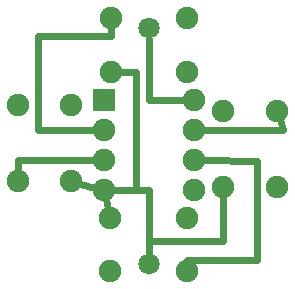
<source format=gbl>
G04 MADE WITH FRITZING*
G04 WWW.FRITZING.ORG*
G04 DOUBLE SIDED*
G04 HOLES PLATED*
G04 CONTOUR ON CENTER OF CONTOUR VECTOR*
%ASAXBY*%
%FSLAX23Y23*%
%MOIN*%
%OFA0B0*%
%SFA1.0B1.0*%
%ADD10C,0.071181*%
%ADD11C,0.075000*%
%ADD12R,0.075000X0.075000*%
%ADD13C,0.024000*%
%LNCOPPER0*%
G90*
G70*
G54D10*
X495Y95D03*
X495Y882D03*
X495Y95D03*
X495Y882D03*
X495Y95D03*
X495Y882D03*
G54D11*
X344Y640D03*
X644Y640D03*
X344Y540D03*
X644Y540D03*
X344Y440D03*
X644Y440D03*
X344Y340D03*
X644Y340D03*
X621Y71D03*
X366Y71D03*
X621Y248D03*
X366Y248D03*
X59Y369D03*
X59Y625D03*
X236Y369D03*
X236Y625D03*
X743Y349D03*
X743Y605D03*
X921Y349D03*
X921Y605D03*
X367Y913D03*
X623Y913D03*
X367Y735D03*
X623Y735D03*
G54D12*
X344Y640D03*
G54D13*
X495Y340D02*
X495Y131D01*
D02*
X372Y340D02*
X495Y340D01*
D02*
X615Y640D02*
X495Y640D01*
D02*
X495Y640D02*
X495Y845D01*
D02*
X494Y170D02*
X743Y170D01*
D02*
X743Y170D02*
X743Y321D01*
D02*
X494Y131D02*
X494Y170D01*
D02*
X316Y347D02*
X264Y361D01*
D02*
X451Y340D02*
X451Y735D01*
D02*
X451Y735D02*
X395Y735D01*
D02*
X372Y340D02*
X451Y340D01*
D02*
X350Y312D02*
X359Y276D01*
D02*
X672Y540D02*
X942Y540D01*
D02*
X942Y540D02*
X930Y578D01*
D02*
X856Y437D02*
X856Y106D01*
D02*
X856Y106D02*
X622Y106D01*
D02*
X672Y439D02*
X856Y437D01*
D02*
X622Y106D02*
X622Y100D01*
D02*
X124Y540D02*
X124Y855D01*
D02*
X124Y855D02*
X367Y855D01*
D02*
X315Y540D02*
X124Y540D01*
D02*
X367Y855D02*
X367Y884D01*
D02*
X59Y440D02*
X315Y440D01*
D02*
X59Y397D02*
X59Y440D01*
G04 End of Copper0*
M02*
</source>
